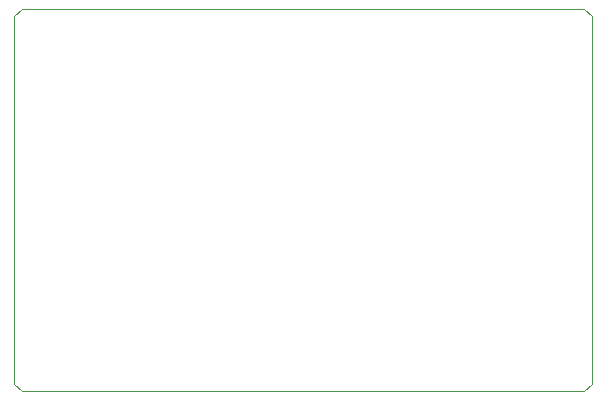
<source format=gko>
G75*
%MOIN*%
%OFA0B0*%
%FSLAX25Y25*%
%IPPOS*%
%LPD*%
%AMOC8*
5,1,8,0,0,1.08239X$1,22.5*
%
%ADD10C,0.00000*%
D10*
X0007850Y0004100D02*
X0005350Y0006600D01*
X0005350Y0129100D01*
X0007850Y0131600D01*
X0195350Y0131600D01*
X0197850Y0129100D01*
X0197850Y0006600D01*
X0195350Y0004100D01*
X0007850Y0004100D01*
M02*

</source>
